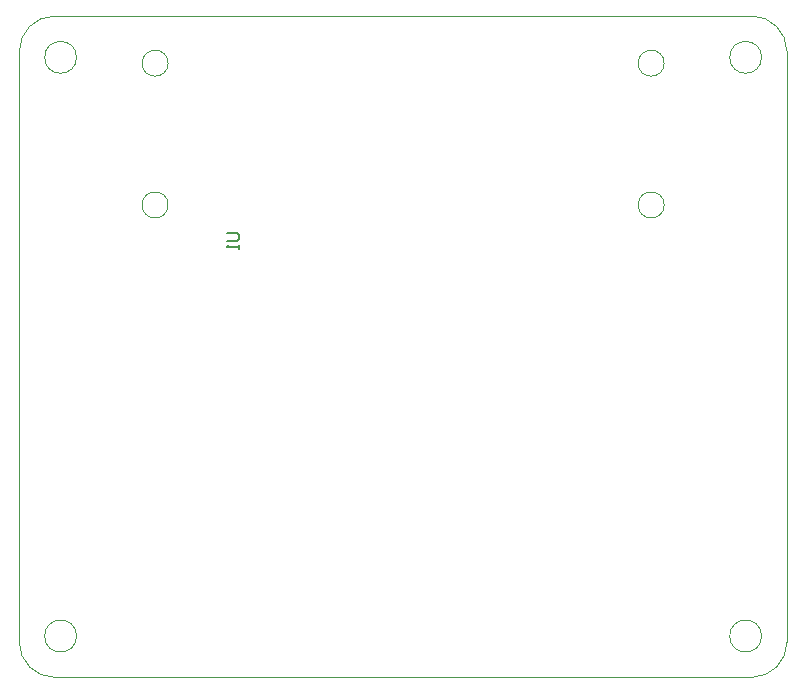
<source format=gbr>
G04*
G04 #@! TF.GenerationSoftware,Altium Limited,Altium Designer,23.10.1 (27)*
G04*
G04 Layer_Color=16711935*
%FSLAX42Y42*%
%MOMM*%
G71*
G04*
G04 #@! TF.SameCoordinates,D45A84C9-24EE-431E-81B0-E16C7BED9CBD*
G04*
G04*
G04 #@! TF.FilePolarity,Positive*
G04*
G01*
G75*
%ADD99C,0.01*%
%ADD100C,0.18*%
D99*
X6150Y50D02*
G03*
X5850Y350I-300J0D01*
G01*
Y-5250D02*
G03*
X6150Y-4950I0J300D01*
G01*
X-350D02*
G03*
X-50Y-5250I300J0D01*
G01*
Y350D02*
G03*
X-350Y50I0J-300D01*
G01*
X5935Y-4900D02*
G03*
X5935Y-4900I-135J0D01*
G01*
Y0D02*
G03*
X5935Y0I-135J0D01*
G01*
X135Y-4900D02*
G03*
X135Y-4900I-135J0D01*
G01*
Y0D02*
G03*
X135Y0I-135J0D01*
G01*
X5110Y-1250D02*
G03*
X5110Y-1250I-110J0D01*
G01*
Y-50D02*
G03*
X5110Y-50I-110J0D01*
G01*
X910Y-1250D02*
G03*
X910Y-1250I-110J0D01*
G01*
Y-50D02*
G03*
X910Y-50I-110J0D01*
G01*
X-50Y350D02*
X5850D01*
X6150Y-4950D02*
Y50D01*
X-50Y-5250D02*
X5850D01*
X-350Y-4950D02*
Y50D01*
D100*
X1406Y-1485D02*
X1491D01*
X1507Y-1501D01*
Y-1535D01*
X1491Y-1552D01*
X1406D01*
X1507Y-1586D02*
Y-1620D01*
Y-1603D01*
X1406D01*
X1423Y-1586D01*
M02*

</source>
